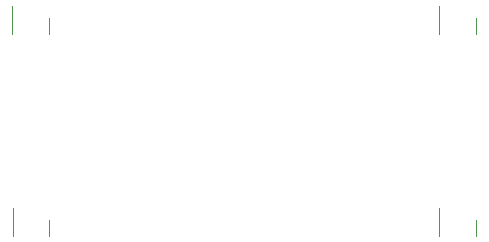
<source format=gbr>
%TF.GenerationSoftware,KiCad,Pcbnew,7.0.7*%
%TF.CreationDate,2023-09-04T22:47:59+10:00*%
%TF.ProjectId,art,6172742e-6b69-4636-9164-5f7063625858,rev?*%
%TF.SameCoordinates,Original*%
%TF.FileFunction,Legend,Bot*%
%TF.FilePolarity,Positive*%
%FSLAX46Y46*%
G04 Gerber Fmt 4.6, Leading zero omitted, Abs format (unit mm)*
G04 Created by KiCad (PCBNEW 7.0.7) date 2023-09-04 22:47:59*
%MOMM*%
%LPD*%
G01*
G04 APERTURE LIST*
%ADD10C,0.120000*%
G04 APERTURE END LIST*
D10*
%TO.C,D3*%
X48086132Y-58682764D02*
X48086132Y-58032764D01*
X48086132Y-58682764D02*
X48086132Y-59332764D01*
X44966132Y-58682764D02*
X44966132Y-57007764D01*
X44966132Y-58682764D02*
X44966132Y-59332764D01*
%TO.C,D4*%
X84216572Y-58682764D02*
X84216572Y-58032764D01*
X84216572Y-58682764D02*
X84216572Y-59332764D01*
X81096572Y-58682764D02*
X81096572Y-57007764D01*
X81096572Y-58682764D02*
X81096572Y-59332764D01*
%TO.C,D2*%
X84233954Y-41597426D02*
X84233954Y-40947426D01*
X84233954Y-41597426D02*
X84233954Y-42247426D01*
X81113954Y-41597426D02*
X81113954Y-39922426D01*
X81113954Y-41597426D02*
X81113954Y-42247426D01*
%TO.C,D1*%
X48068750Y-41597426D02*
X48068750Y-40947426D01*
X48068750Y-41597426D02*
X48068750Y-42247426D01*
X44948750Y-41597426D02*
X44948750Y-39922426D01*
X44948750Y-41597426D02*
X44948750Y-42247426D01*
%TD*%
M02*

</source>
